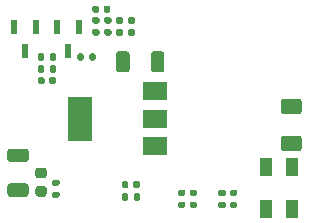
<source format=gbr>
%TF.GenerationSoftware,KiCad,Pcbnew,5.1.9*%
%TF.CreationDate,2021-01-20T22:35:35+01:00*%
%TF.ProjectId,wi-se-rewirable,77692d73-652d-4726-9577-697261626c65,rev?*%
%TF.SameCoordinates,Original*%
%TF.FileFunction,Paste,Bot*%
%TF.FilePolarity,Positive*%
%FSLAX46Y46*%
G04 Gerber Fmt 4.6, Leading zero omitted, Abs format (unit mm)*
G04 Created by KiCad (PCBNEW 5.1.9) date 2021-01-20 22:35:35*
%MOMM*%
%LPD*%
G01*
G04 APERTURE LIST*
%ADD10R,0.568000X1.207999*%
%ADD11R,2.000000X3.800000*%
%ADD12R,2.000000X1.500000*%
%ADD13R,1.000000X1.500000*%
G04 APERTURE END LIST*
%TO.C,C1*%
G36*
G01*
X127640002Y-76950000D02*
X126339998Y-76950000D01*
G75*
G02*
X126090000Y-76700002I0J249998D01*
G01*
X126090000Y-75874998D01*
G75*
G02*
X126339998Y-75625000I249998J0D01*
G01*
X127640002Y-75625000D01*
G75*
G02*
X127890000Y-75874998I0J-249998D01*
G01*
X127890000Y-76700002D01*
G75*
G02*
X127640002Y-76950000I-249998J0D01*
G01*
G37*
G36*
G01*
X127640002Y-80075000D02*
X126339998Y-80075000D01*
G75*
G02*
X126090000Y-79825002I0J249998D01*
G01*
X126090000Y-78999998D01*
G75*
G02*
X126339998Y-78750000I249998J0D01*
G01*
X127640002Y-78750000D01*
G75*
G02*
X127890000Y-78999998I0J-249998D01*
G01*
X127890000Y-79825002D01*
G75*
G02*
X127640002Y-80075000I-249998J0D01*
G01*
G37*
%TD*%
%TO.C,C2*%
G36*
G01*
X112150000Y-73150001D02*
X112150000Y-71849999D01*
G75*
G02*
X112399999Y-71600000I249999J0D01*
G01*
X113050001Y-71600000D01*
G75*
G02*
X113300000Y-71849999I0J-249999D01*
G01*
X113300000Y-73150001D01*
G75*
G02*
X113050001Y-73400000I-249999J0D01*
G01*
X112399999Y-73400000D01*
G75*
G02*
X112150000Y-73150001I0J249999D01*
G01*
G37*
G36*
G01*
X115100000Y-73150001D02*
X115100000Y-71849999D01*
G75*
G02*
X115349999Y-71600000I249999J0D01*
G01*
X116000001Y-71600000D01*
G75*
G02*
X116250000Y-71849999I0J-249999D01*
G01*
X116250000Y-73150001D01*
G75*
G02*
X116000001Y-73400000I-249999J0D01*
G01*
X115349999Y-73400000D01*
G75*
G02*
X115100000Y-73150001I0J249999D01*
G01*
G37*
%TD*%
%TO.C,C5*%
G36*
G01*
X104500001Y-81000000D02*
X103199999Y-81000000D01*
G75*
G02*
X102950000Y-80750001I0J249999D01*
G01*
X102950000Y-80099999D01*
G75*
G02*
X103199999Y-79850000I249999J0D01*
G01*
X104500001Y-79850000D01*
G75*
G02*
X104750000Y-80099999I0J-249999D01*
G01*
X104750000Y-80750001D01*
G75*
G02*
X104500001Y-81000000I-249999J0D01*
G01*
G37*
G36*
G01*
X104500001Y-83950000D02*
X103199999Y-83950000D01*
G75*
G02*
X102950000Y-83700001I0J249999D01*
G01*
X102950000Y-83049999D01*
G75*
G02*
X103199999Y-82800000I249999J0D01*
G01*
X104500001Y-82800000D01*
G75*
G02*
X104750000Y-83049999I0J-249999D01*
G01*
X104750000Y-83700001D01*
G75*
G02*
X104500001Y-83950000I-249999J0D01*
G01*
G37*
%TD*%
%TO.C,C6*%
G36*
G01*
X106050000Y-83925000D02*
X105550000Y-83925000D01*
G75*
G02*
X105325000Y-83700000I0J225000D01*
G01*
X105325000Y-83250000D01*
G75*
G02*
X105550000Y-83025000I225000J0D01*
G01*
X106050000Y-83025000D01*
G75*
G02*
X106275000Y-83250000I0J-225000D01*
G01*
X106275000Y-83700000D01*
G75*
G02*
X106050000Y-83925000I-225000J0D01*
G01*
G37*
G36*
G01*
X106050000Y-82375000D02*
X105550000Y-82375000D01*
G75*
G02*
X105325000Y-82150000I0J225000D01*
G01*
X105325000Y-81700000D01*
G75*
G02*
X105550000Y-81475000I225000J0D01*
G01*
X106050000Y-81475000D01*
G75*
G02*
X106275000Y-81700000I0J-225000D01*
G01*
X106275000Y-82150000D01*
G75*
G02*
X106050000Y-82375000I-225000J0D01*
G01*
G37*
%TD*%
%TO.C,C7*%
G36*
G01*
X112640000Y-83070000D02*
X112640000Y-82730000D01*
G75*
G02*
X112780000Y-82590000I140000J0D01*
G01*
X113060000Y-82590000D01*
G75*
G02*
X113200000Y-82730000I0J-140000D01*
G01*
X113200000Y-83070000D01*
G75*
G02*
X113060000Y-83210000I-140000J0D01*
G01*
X112780000Y-83210000D01*
G75*
G02*
X112640000Y-83070000I0J140000D01*
G01*
G37*
G36*
G01*
X113600000Y-83070000D02*
X113600000Y-82730000D01*
G75*
G02*
X113740000Y-82590000I140000J0D01*
G01*
X114020000Y-82590000D01*
G75*
G02*
X114160000Y-82730000I0J-140000D01*
G01*
X114160000Y-83070000D01*
G75*
G02*
X114020000Y-83210000I-140000J0D01*
G01*
X113740000Y-83210000D01*
G75*
G02*
X113600000Y-83070000I0J140000D01*
G01*
G37*
%TD*%
%TO.C,C8*%
G36*
G01*
X106500000Y-74270000D02*
X106500000Y-73930000D01*
G75*
G02*
X106640000Y-73790000I140000J0D01*
G01*
X106920000Y-73790000D01*
G75*
G02*
X107060000Y-73930000I0J-140000D01*
G01*
X107060000Y-74270000D01*
G75*
G02*
X106920000Y-74410000I-140000J0D01*
G01*
X106640000Y-74410000D01*
G75*
G02*
X106500000Y-74270000I0J140000D01*
G01*
G37*
G36*
G01*
X105540000Y-74270000D02*
X105540000Y-73930000D01*
G75*
G02*
X105680000Y-73790000I140000J0D01*
G01*
X105960000Y-73790000D01*
G75*
G02*
X106100000Y-73930000I0J-140000D01*
G01*
X106100000Y-74270000D01*
G75*
G02*
X105960000Y-74410000I-140000J0D01*
G01*
X105680000Y-74410000D01*
G75*
G02*
X105540000Y-74270000I0J140000D01*
G01*
G37*
%TD*%
%TO.C,C9*%
G36*
G01*
X111660000Y-67880000D02*
X111660000Y-68220000D01*
G75*
G02*
X111520000Y-68360000I-140000J0D01*
G01*
X111240000Y-68360000D01*
G75*
G02*
X111100000Y-68220000I0J140000D01*
G01*
X111100000Y-67880000D01*
G75*
G02*
X111240000Y-67740000I140000J0D01*
G01*
X111520000Y-67740000D01*
G75*
G02*
X111660000Y-67880000I0J-140000D01*
G01*
G37*
G36*
G01*
X110700000Y-67880000D02*
X110700000Y-68220000D01*
G75*
G02*
X110560000Y-68360000I-140000J0D01*
G01*
X110280000Y-68360000D01*
G75*
G02*
X110140000Y-68220000I0J140000D01*
G01*
X110140000Y-67880000D01*
G75*
G02*
X110280000Y-67740000I140000J0D01*
G01*
X110560000Y-67740000D01*
G75*
G02*
X110700000Y-67880000I0J-140000D01*
G01*
G37*
%TD*%
D10*
%TO.C,Q1*%
X104450000Y-71571000D03*
X105400001Y-69529001D03*
X103499999Y-69529001D03*
%TD*%
%TO.C,Q2*%
X107149999Y-69529001D03*
X109050001Y-69529001D03*
X108100000Y-71571000D03*
%TD*%
%TO.C,R1*%
G36*
G01*
X117515000Y-83330000D02*
X117885000Y-83330000D01*
G75*
G02*
X118020000Y-83465000I0J-135000D01*
G01*
X118020000Y-83735000D01*
G75*
G02*
X117885000Y-83870000I-135000J0D01*
G01*
X117515000Y-83870000D01*
G75*
G02*
X117380000Y-83735000I0J135000D01*
G01*
X117380000Y-83465000D01*
G75*
G02*
X117515000Y-83330000I135000J0D01*
G01*
G37*
G36*
G01*
X117515000Y-84350000D02*
X117885000Y-84350000D01*
G75*
G02*
X118020000Y-84485000I0J-135000D01*
G01*
X118020000Y-84755000D01*
G75*
G02*
X117885000Y-84890000I-135000J0D01*
G01*
X117515000Y-84890000D01*
G75*
G02*
X117380000Y-84755000I0J135000D01*
G01*
X117380000Y-84485000D01*
G75*
G02*
X117515000Y-84350000I135000J0D01*
G01*
G37*
%TD*%
%TO.C,R2*%
G36*
G01*
X118515000Y-84340000D02*
X118885000Y-84340000D01*
G75*
G02*
X119020000Y-84475000I0J-135000D01*
G01*
X119020000Y-84745000D01*
G75*
G02*
X118885000Y-84880000I-135000J0D01*
G01*
X118515000Y-84880000D01*
G75*
G02*
X118380000Y-84745000I0J135000D01*
G01*
X118380000Y-84475000D01*
G75*
G02*
X118515000Y-84340000I135000J0D01*
G01*
G37*
G36*
G01*
X118515000Y-83320000D02*
X118885000Y-83320000D01*
G75*
G02*
X119020000Y-83455000I0J-135000D01*
G01*
X119020000Y-83725000D01*
G75*
G02*
X118885000Y-83860000I-135000J0D01*
G01*
X118515000Y-83860000D01*
G75*
G02*
X118380000Y-83725000I0J135000D01*
G01*
X118380000Y-83455000D01*
G75*
G02*
X118515000Y-83320000I135000J0D01*
G01*
G37*
%TD*%
%TO.C,R3*%
G36*
G01*
X121915000Y-84350000D02*
X122285000Y-84350000D01*
G75*
G02*
X122420000Y-84485000I0J-135000D01*
G01*
X122420000Y-84755000D01*
G75*
G02*
X122285000Y-84890000I-135000J0D01*
G01*
X121915000Y-84890000D01*
G75*
G02*
X121780000Y-84755000I0J135000D01*
G01*
X121780000Y-84485000D01*
G75*
G02*
X121915000Y-84350000I135000J0D01*
G01*
G37*
G36*
G01*
X121915000Y-83330000D02*
X122285000Y-83330000D01*
G75*
G02*
X122420000Y-83465000I0J-135000D01*
G01*
X122420000Y-83735000D01*
G75*
G02*
X122285000Y-83870000I-135000J0D01*
G01*
X121915000Y-83870000D01*
G75*
G02*
X121780000Y-83735000I0J135000D01*
G01*
X121780000Y-83465000D01*
G75*
G02*
X121915000Y-83330000I135000J0D01*
G01*
G37*
%TD*%
%TO.C,R4*%
G36*
G01*
X120915000Y-84350000D02*
X121285000Y-84350000D01*
G75*
G02*
X121420000Y-84485000I0J-135000D01*
G01*
X121420000Y-84755000D01*
G75*
G02*
X121285000Y-84890000I-135000J0D01*
G01*
X120915000Y-84890000D01*
G75*
G02*
X120780000Y-84755000I0J135000D01*
G01*
X120780000Y-84485000D01*
G75*
G02*
X120915000Y-84350000I135000J0D01*
G01*
G37*
G36*
G01*
X120915000Y-83330000D02*
X121285000Y-83330000D01*
G75*
G02*
X121420000Y-83465000I0J-135000D01*
G01*
X121420000Y-83735000D01*
G75*
G02*
X121285000Y-83870000I-135000J0D01*
G01*
X120915000Y-83870000D01*
G75*
G02*
X120780000Y-83735000I0J135000D01*
G01*
X120780000Y-83465000D01*
G75*
G02*
X120915000Y-83330000I135000J0D01*
G01*
G37*
%TD*%
%TO.C,R5*%
G36*
G01*
X110430000Y-71915000D02*
X110430000Y-72285000D01*
G75*
G02*
X110295000Y-72420000I-135000J0D01*
G01*
X110025000Y-72420000D01*
G75*
G02*
X109890000Y-72285000I0J135000D01*
G01*
X109890000Y-71915000D01*
G75*
G02*
X110025000Y-71780000I135000J0D01*
G01*
X110295000Y-71780000D01*
G75*
G02*
X110430000Y-71915000I0J-135000D01*
G01*
G37*
G36*
G01*
X109410000Y-71915000D02*
X109410000Y-72285000D01*
G75*
G02*
X109275000Y-72420000I-135000J0D01*
G01*
X109005000Y-72420000D01*
G75*
G02*
X108870000Y-72285000I0J135000D01*
G01*
X108870000Y-71915000D01*
G75*
G02*
X109005000Y-71780000I135000J0D01*
G01*
X109275000Y-71780000D01*
G75*
G02*
X109410000Y-71915000I0J-135000D01*
G01*
G37*
%TD*%
%TO.C,R6*%
G36*
G01*
X106060000Y-72915000D02*
X106060000Y-73285000D01*
G75*
G02*
X105925000Y-73420000I-135000J0D01*
G01*
X105655000Y-73420000D01*
G75*
G02*
X105520000Y-73285000I0J135000D01*
G01*
X105520000Y-72915000D01*
G75*
G02*
X105655000Y-72780000I135000J0D01*
G01*
X105925000Y-72780000D01*
G75*
G02*
X106060000Y-72915000I0J-135000D01*
G01*
G37*
G36*
G01*
X107080000Y-72915000D02*
X107080000Y-73285000D01*
G75*
G02*
X106945000Y-73420000I-135000J0D01*
G01*
X106675000Y-73420000D01*
G75*
G02*
X106540000Y-73285000I0J135000D01*
G01*
X106540000Y-72915000D01*
G75*
G02*
X106675000Y-72780000I135000J0D01*
G01*
X106945000Y-72780000D01*
G75*
G02*
X107080000Y-72915000I0J-135000D01*
G01*
G37*
%TD*%
%TO.C,R7*%
G36*
G01*
X111635000Y-70280000D02*
X111265000Y-70280000D01*
G75*
G02*
X111130000Y-70145000I0J135000D01*
G01*
X111130000Y-69875000D01*
G75*
G02*
X111265000Y-69740000I135000J0D01*
G01*
X111635000Y-69740000D01*
G75*
G02*
X111770000Y-69875000I0J-135000D01*
G01*
X111770000Y-70145000D01*
G75*
G02*
X111635000Y-70280000I-135000J0D01*
G01*
G37*
G36*
G01*
X111635000Y-69260000D02*
X111265000Y-69260000D01*
G75*
G02*
X111130000Y-69125000I0J135000D01*
G01*
X111130000Y-68855000D01*
G75*
G02*
X111265000Y-68720000I135000J0D01*
G01*
X111635000Y-68720000D01*
G75*
G02*
X111770000Y-68855000I0J-135000D01*
G01*
X111770000Y-69125000D01*
G75*
G02*
X111635000Y-69260000I-135000J0D01*
G01*
G37*
%TD*%
%TO.C,R8*%
G36*
G01*
X106540000Y-72285000D02*
X106540000Y-71915000D01*
G75*
G02*
X106675000Y-71780000I135000J0D01*
G01*
X106945000Y-71780000D01*
G75*
G02*
X107080000Y-71915000I0J-135000D01*
G01*
X107080000Y-72285000D01*
G75*
G02*
X106945000Y-72420000I-135000J0D01*
G01*
X106675000Y-72420000D01*
G75*
G02*
X106540000Y-72285000I0J135000D01*
G01*
G37*
G36*
G01*
X105520000Y-72285000D02*
X105520000Y-71915000D01*
G75*
G02*
X105655000Y-71780000I135000J0D01*
G01*
X105925000Y-71780000D01*
G75*
G02*
X106060000Y-71915000I0J-135000D01*
G01*
X106060000Y-72285000D01*
G75*
G02*
X105925000Y-72420000I-135000J0D01*
G01*
X105655000Y-72420000D01*
G75*
G02*
X105520000Y-72285000I0J135000D01*
G01*
G37*
%TD*%
%TO.C,R9*%
G36*
G01*
X110265000Y-68720000D02*
X110635000Y-68720000D01*
G75*
G02*
X110770000Y-68855000I0J-135000D01*
G01*
X110770000Y-69125000D01*
G75*
G02*
X110635000Y-69260000I-135000J0D01*
G01*
X110265000Y-69260000D01*
G75*
G02*
X110130000Y-69125000I0J135000D01*
G01*
X110130000Y-68855000D01*
G75*
G02*
X110265000Y-68720000I135000J0D01*
G01*
G37*
G36*
G01*
X110265000Y-69740000D02*
X110635000Y-69740000D01*
G75*
G02*
X110770000Y-69875000I0J-135000D01*
G01*
X110770000Y-70145000D01*
G75*
G02*
X110635000Y-70280000I-135000J0D01*
G01*
X110265000Y-70280000D01*
G75*
G02*
X110130000Y-70145000I0J135000D01*
G01*
X110130000Y-69875000D01*
G75*
G02*
X110265000Y-69740000I135000J0D01*
G01*
G37*
%TD*%
%TO.C,R11*%
G36*
G01*
X113265000Y-68720000D02*
X113635000Y-68720000D01*
G75*
G02*
X113770000Y-68855000I0J-135000D01*
G01*
X113770000Y-69125000D01*
G75*
G02*
X113635000Y-69260000I-135000J0D01*
G01*
X113265000Y-69260000D01*
G75*
G02*
X113130000Y-69125000I0J135000D01*
G01*
X113130000Y-68855000D01*
G75*
G02*
X113265000Y-68720000I135000J0D01*
G01*
G37*
G36*
G01*
X113265000Y-69740000D02*
X113635000Y-69740000D01*
G75*
G02*
X113770000Y-69875000I0J-135000D01*
G01*
X113770000Y-70145000D01*
G75*
G02*
X113635000Y-70280000I-135000J0D01*
G01*
X113265000Y-70280000D01*
G75*
G02*
X113130000Y-70145000I0J135000D01*
G01*
X113130000Y-69875000D01*
G75*
G02*
X113265000Y-69740000I135000J0D01*
G01*
G37*
%TD*%
%TO.C,R12*%
G36*
G01*
X112265000Y-68720000D02*
X112635000Y-68720000D01*
G75*
G02*
X112770000Y-68855000I0J-135000D01*
G01*
X112770000Y-69125000D01*
G75*
G02*
X112635000Y-69260000I-135000J0D01*
G01*
X112265000Y-69260000D01*
G75*
G02*
X112130000Y-69125000I0J135000D01*
G01*
X112130000Y-68855000D01*
G75*
G02*
X112265000Y-68720000I135000J0D01*
G01*
G37*
G36*
G01*
X112265000Y-69740000D02*
X112635000Y-69740000D01*
G75*
G02*
X112770000Y-69875000I0J-135000D01*
G01*
X112770000Y-70145000D01*
G75*
G02*
X112635000Y-70280000I-135000J0D01*
G01*
X112265000Y-70280000D01*
G75*
G02*
X112130000Y-70145000I0J135000D01*
G01*
X112130000Y-69875000D01*
G75*
G02*
X112265000Y-69740000I135000J0D01*
G01*
G37*
%TD*%
D11*
%TO.C,U1*%
X109110000Y-77310000D03*
D12*
X115410000Y-77310000D03*
X115410000Y-79610000D03*
X115410000Y-75010000D03*
%TD*%
%TO.C,R10*%
G36*
G01*
X106865000Y-82470000D02*
X107235000Y-82470000D01*
G75*
G02*
X107370000Y-82605000I0J-135000D01*
G01*
X107370000Y-82875000D01*
G75*
G02*
X107235000Y-83010000I-135000J0D01*
G01*
X106865000Y-83010000D01*
G75*
G02*
X106730000Y-82875000I0J135000D01*
G01*
X106730000Y-82605000D01*
G75*
G02*
X106865000Y-82470000I135000J0D01*
G01*
G37*
G36*
G01*
X106865000Y-83490000D02*
X107235000Y-83490000D01*
G75*
G02*
X107370000Y-83625000I0J-135000D01*
G01*
X107370000Y-83895000D01*
G75*
G02*
X107235000Y-84030000I-135000J0D01*
G01*
X106865000Y-84030000D01*
G75*
G02*
X106730000Y-83895000I0J135000D01*
G01*
X106730000Y-83625000D01*
G75*
G02*
X106865000Y-83490000I135000J0D01*
G01*
G37*
%TD*%
%TO.C,R13*%
G36*
G01*
X113640000Y-84135000D02*
X113640000Y-83765000D01*
G75*
G02*
X113775000Y-83630000I135000J0D01*
G01*
X114045000Y-83630000D01*
G75*
G02*
X114180000Y-83765000I0J-135000D01*
G01*
X114180000Y-84135000D01*
G75*
G02*
X114045000Y-84270000I-135000J0D01*
G01*
X113775000Y-84270000D01*
G75*
G02*
X113640000Y-84135000I0J135000D01*
G01*
G37*
G36*
G01*
X112620000Y-84135000D02*
X112620000Y-83765000D01*
G75*
G02*
X112755000Y-83630000I135000J0D01*
G01*
X113025000Y-83630000D01*
G75*
G02*
X113160000Y-83765000I0J-135000D01*
G01*
X113160000Y-84135000D01*
G75*
G02*
X113025000Y-84270000I-135000J0D01*
G01*
X112755000Y-84270000D01*
G75*
G02*
X112620000Y-84135000I0J135000D01*
G01*
G37*
%TD*%
D13*
%TO.C,SW2*%
X127025000Y-84950000D03*
X124825000Y-84950000D03*
X124825000Y-81450000D03*
X127025000Y-81450000D03*
%TD*%
M02*

</source>
